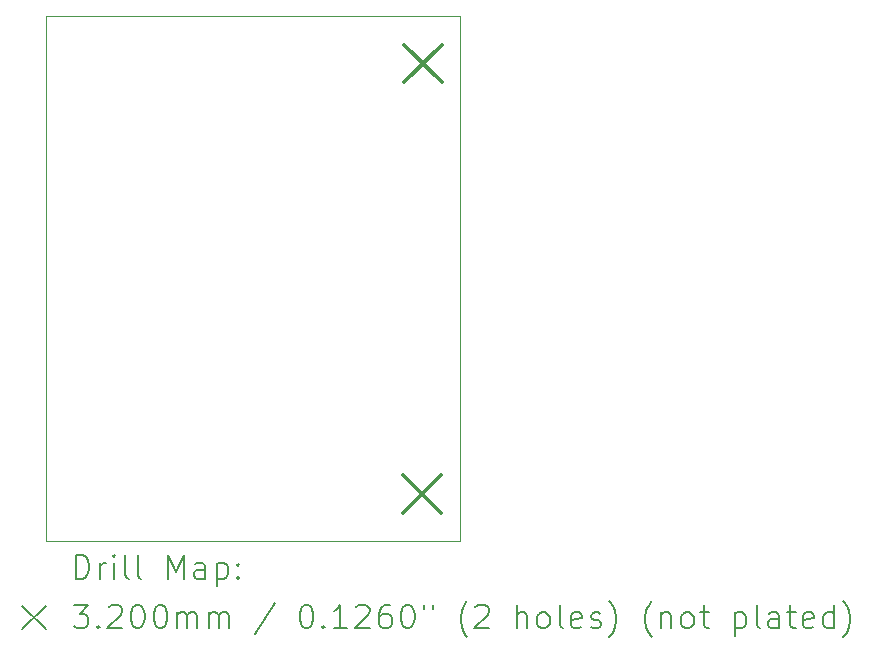
<source format=gbr>
%FSLAX45Y45*%
G04 Gerber Fmt 4.5, Leading zero omitted, Abs format (unit mm)*
G04 Created by KiCad (PCBNEW (6.0.6)) date 2022-08-29 16:01:02*
%MOMM*%
%LPD*%
G01*
G04 APERTURE LIST*
%TA.AperFunction,Profile*%
%ADD10C,0.100000*%
%TD*%
%ADD11C,0.200000*%
%ADD12C,0.320000*%
G04 APERTURE END LIST*
D10*
X7526045Y-1522960D02*
X11026045Y-1522960D01*
X11026045Y-1522960D02*
X11026045Y-5972960D01*
X11026045Y-5972960D02*
X7526045Y-5972960D01*
X7526045Y-5972960D02*
X7526045Y-1522960D01*
D11*
D12*
X10548640Y-5410220D02*
X10868640Y-5730220D01*
X10868640Y-5410220D02*
X10548640Y-5730220D01*
X10553720Y-1767860D02*
X10873720Y-2087860D01*
X10873720Y-1767860D02*
X10553720Y-2087860D01*
D11*
X7778664Y-6288436D02*
X7778664Y-6088436D01*
X7826283Y-6088436D01*
X7854854Y-6097960D01*
X7873902Y-6117008D01*
X7883426Y-6136055D01*
X7892950Y-6174150D01*
X7892950Y-6202722D01*
X7883426Y-6240817D01*
X7873902Y-6259865D01*
X7854854Y-6278912D01*
X7826283Y-6288436D01*
X7778664Y-6288436D01*
X7978664Y-6288436D02*
X7978664Y-6155103D01*
X7978664Y-6193198D02*
X7988188Y-6174150D01*
X7997712Y-6164627D01*
X8016759Y-6155103D01*
X8035807Y-6155103D01*
X8102473Y-6288436D02*
X8102473Y-6155103D01*
X8102473Y-6088436D02*
X8092950Y-6097960D01*
X8102473Y-6107484D01*
X8111997Y-6097960D01*
X8102473Y-6088436D01*
X8102473Y-6107484D01*
X8226283Y-6288436D02*
X8207235Y-6278912D01*
X8197712Y-6259865D01*
X8197712Y-6088436D01*
X8331045Y-6288436D02*
X8311997Y-6278912D01*
X8302473Y-6259865D01*
X8302473Y-6088436D01*
X8559616Y-6288436D02*
X8559616Y-6088436D01*
X8626283Y-6231293D01*
X8692950Y-6088436D01*
X8692950Y-6288436D01*
X8873902Y-6288436D02*
X8873902Y-6183674D01*
X8864378Y-6164627D01*
X8845331Y-6155103D01*
X8807235Y-6155103D01*
X8788188Y-6164627D01*
X8873902Y-6278912D02*
X8854855Y-6288436D01*
X8807235Y-6288436D01*
X8788188Y-6278912D01*
X8778664Y-6259865D01*
X8778664Y-6240817D01*
X8788188Y-6221769D01*
X8807235Y-6212246D01*
X8854855Y-6212246D01*
X8873902Y-6202722D01*
X8969140Y-6155103D02*
X8969140Y-6355103D01*
X8969140Y-6164627D02*
X8988188Y-6155103D01*
X9026283Y-6155103D01*
X9045331Y-6164627D01*
X9054855Y-6174150D01*
X9064378Y-6193198D01*
X9064378Y-6250341D01*
X9054855Y-6269388D01*
X9045331Y-6278912D01*
X9026283Y-6288436D01*
X8988188Y-6288436D01*
X8969140Y-6278912D01*
X9150093Y-6269388D02*
X9159616Y-6278912D01*
X9150093Y-6288436D01*
X9140569Y-6278912D01*
X9150093Y-6269388D01*
X9150093Y-6288436D01*
X9150093Y-6164627D02*
X9159616Y-6174150D01*
X9150093Y-6183674D01*
X9140569Y-6174150D01*
X9150093Y-6164627D01*
X9150093Y-6183674D01*
X7321045Y-6517960D02*
X7521045Y-6717960D01*
X7521045Y-6517960D02*
X7321045Y-6717960D01*
X7759616Y-6508436D02*
X7883426Y-6508436D01*
X7816759Y-6584627D01*
X7845331Y-6584627D01*
X7864378Y-6594150D01*
X7873902Y-6603674D01*
X7883426Y-6622722D01*
X7883426Y-6670341D01*
X7873902Y-6689388D01*
X7864378Y-6698912D01*
X7845331Y-6708436D01*
X7788188Y-6708436D01*
X7769140Y-6698912D01*
X7759616Y-6689388D01*
X7969140Y-6689388D02*
X7978664Y-6698912D01*
X7969140Y-6708436D01*
X7959616Y-6698912D01*
X7969140Y-6689388D01*
X7969140Y-6708436D01*
X8054854Y-6527484D02*
X8064378Y-6517960D01*
X8083426Y-6508436D01*
X8131045Y-6508436D01*
X8150093Y-6517960D01*
X8159616Y-6527484D01*
X8169140Y-6546531D01*
X8169140Y-6565579D01*
X8159616Y-6594150D01*
X8045331Y-6708436D01*
X8169140Y-6708436D01*
X8292950Y-6508436D02*
X8311997Y-6508436D01*
X8331045Y-6517960D01*
X8340569Y-6527484D01*
X8350093Y-6546531D01*
X8359616Y-6584627D01*
X8359616Y-6632246D01*
X8350093Y-6670341D01*
X8340569Y-6689388D01*
X8331045Y-6698912D01*
X8311997Y-6708436D01*
X8292950Y-6708436D01*
X8273902Y-6698912D01*
X8264378Y-6689388D01*
X8254854Y-6670341D01*
X8245331Y-6632246D01*
X8245331Y-6584627D01*
X8254854Y-6546531D01*
X8264378Y-6527484D01*
X8273902Y-6517960D01*
X8292950Y-6508436D01*
X8483426Y-6508436D02*
X8502474Y-6508436D01*
X8521521Y-6517960D01*
X8531045Y-6527484D01*
X8540569Y-6546531D01*
X8550093Y-6584627D01*
X8550093Y-6632246D01*
X8540569Y-6670341D01*
X8531045Y-6689388D01*
X8521521Y-6698912D01*
X8502474Y-6708436D01*
X8483426Y-6708436D01*
X8464378Y-6698912D01*
X8454855Y-6689388D01*
X8445331Y-6670341D01*
X8435807Y-6632246D01*
X8435807Y-6584627D01*
X8445331Y-6546531D01*
X8454855Y-6527484D01*
X8464378Y-6517960D01*
X8483426Y-6508436D01*
X8635807Y-6708436D02*
X8635807Y-6575103D01*
X8635807Y-6594150D02*
X8645331Y-6584627D01*
X8664378Y-6575103D01*
X8692950Y-6575103D01*
X8711997Y-6584627D01*
X8721521Y-6603674D01*
X8721521Y-6708436D01*
X8721521Y-6603674D02*
X8731045Y-6584627D01*
X8750093Y-6575103D01*
X8778664Y-6575103D01*
X8797712Y-6584627D01*
X8807235Y-6603674D01*
X8807235Y-6708436D01*
X8902474Y-6708436D02*
X8902474Y-6575103D01*
X8902474Y-6594150D02*
X8911997Y-6584627D01*
X8931045Y-6575103D01*
X8959616Y-6575103D01*
X8978664Y-6584627D01*
X8988188Y-6603674D01*
X8988188Y-6708436D01*
X8988188Y-6603674D02*
X8997712Y-6584627D01*
X9016759Y-6575103D01*
X9045331Y-6575103D01*
X9064378Y-6584627D01*
X9073902Y-6603674D01*
X9073902Y-6708436D01*
X9464378Y-6498912D02*
X9292950Y-6756055D01*
X9721521Y-6508436D02*
X9740569Y-6508436D01*
X9759616Y-6517960D01*
X9769140Y-6527484D01*
X9778664Y-6546531D01*
X9788188Y-6584627D01*
X9788188Y-6632246D01*
X9778664Y-6670341D01*
X9769140Y-6689388D01*
X9759616Y-6698912D01*
X9740569Y-6708436D01*
X9721521Y-6708436D01*
X9702474Y-6698912D01*
X9692950Y-6689388D01*
X9683426Y-6670341D01*
X9673902Y-6632246D01*
X9673902Y-6584627D01*
X9683426Y-6546531D01*
X9692950Y-6527484D01*
X9702474Y-6517960D01*
X9721521Y-6508436D01*
X9873902Y-6689388D02*
X9883426Y-6698912D01*
X9873902Y-6708436D01*
X9864378Y-6698912D01*
X9873902Y-6689388D01*
X9873902Y-6708436D01*
X10073902Y-6708436D02*
X9959616Y-6708436D01*
X10016759Y-6708436D02*
X10016759Y-6508436D01*
X9997712Y-6537008D01*
X9978664Y-6556055D01*
X9959616Y-6565579D01*
X10150093Y-6527484D02*
X10159616Y-6517960D01*
X10178664Y-6508436D01*
X10226283Y-6508436D01*
X10245331Y-6517960D01*
X10254855Y-6527484D01*
X10264378Y-6546531D01*
X10264378Y-6565579D01*
X10254855Y-6594150D01*
X10140569Y-6708436D01*
X10264378Y-6708436D01*
X10435807Y-6508436D02*
X10397712Y-6508436D01*
X10378664Y-6517960D01*
X10369140Y-6527484D01*
X10350093Y-6556055D01*
X10340569Y-6594150D01*
X10340569Y-6670341D01*
X10350093Y-6689388D01*
X10359616Y-6698912D01*
X10378664Y-6708436D01*
X10416759Y-6708436D01*
X10435807Y-6698912D01*
X10445331Y-6689388D01*
X10454855Y-6670341D01*
X10454855Y-6622722D01*
X10445331Y-6603674D01*
X10435807Y-6594150D01*
X10416759Y-6584627D01*
X10378664Y-6584627D01*
X10359616Y-6594150D01*
X10350093Y-6603674D01*
X10340569Y-6622722D01*
X10578664Y-6508436D02*
X10597712Y-6508436D01*
X10616759Y-6517960D01*
X10626283Y-6527484D01*
X10635807Y-6546531D01*
X10645331Y-6584627D01*
X10645331Y-6632246D01*
X10635807Y-6670341D01*
X10626283Y-6689388D01*
X10616759Y-6698912D01*
X10597712Y-6708436D01*
X10578664Y-6708436D01*
X10559616Y-6698912D01*
X10550093Y-6689388D01*
X10540569Y-6670341D01*
X10531045Y-6632246D01*
X10531045Y-6584627D01*
X10540569Y-6546531D01*
X10550093Y-6527484D01*
X10559616Y-6517960D01*
X10578664Y-6508436D01*
X10721521Y-6508436D02*
X10721521Y-6546531D01*
X10797712Y-6508436D02*
X10797712Y-6546531D01*
X11092950Y-6784627D02*
X11083426Y-6775103D01*
X11064378Y-6746531D01*
X11054855Y-6727484D01*
X11045331Y-6698912D01*
X11035807Y-6651293D01*
X11035807Y-6613198D01*
X11045331Y-6565579D01*
X11054855Y-6537008D01*
X11064378Y-6517960D01*
X11083426Y-6489388D01*
X11092950Y-6479865D01*
X11159616Y-6527484D02*
X11169140Y-6517960D01*
X11188188Y-6508436D01*
X11235807Y-6508436D01*
X11254854Y-6517960D01*
X11264378Y-6527484D01*
X11273902Y-6546531D01*
X11273902Y-6565579D01*
X11264378Y-6594150D01*
X11150093Y-6708436D01*
X11273902Y-6708436D01*
X11511997Y-6708436D02*
X11511997Y-6508436D01*
X11597712Y-6708436D02*
X11597712Y-6603674D01*
X11588188Y-6584627D01*
X11569140Y-6575103D01*
X11540569Y-6575103D01*
X11521521Y-6584627D01*
X11511997Y-6594150D01*
X11721521Y-6708436D02*
X11702473Y-6698912D01*
X11692950Y-6689388D01*
X11683426Y-6670341D01*
X11683426Y-6613198D01*
X11692950Y-6594150D01*
X11702473Y-6584627D01*
X11721521Y-6575103D01*
X11750093Y-6575103D01*
X11769140Y-6584627D01*
X11778664Y-6594150D01*
X11788188Y-6613198D01*
X11788188Y-6670341D01*
X11778664Y-6689388D01*
X11769140Y-6698912D01*
X11750093Y-6708436D01*
X11721521Y-6708436D01*
X11902473Y-6708436D02*
X11883426Y-6698912D01*
X11873902Y-6679865D01*
X11873902Y-6508436D01*
X12054854Y-6698912D02*
X12035807Y-6708436D01*
X11997712Y-6708436D01*
X11978664Y-6698912D01*
X11969140Y-6679865D01*
X11969140Y-6603674D01*
X11978664Y-6584627D01*
X11997712Y-6575103D01*
X12035807Y-6575103D01*
X12054854Y-6584627D01*
X12064378Y-6603674D01*
X12064378Y-6622722D01*
X11969140Y-6641769D01*
X12140569Y-6698912D02*
X12159616Y-6708436D01*
X12197712Y-6708436D01*
X12216759Y-6698912D01*
X12226283Y-6679865D01*
X12226283Y-6670341D01*
X12216759Y-6651293D01*
X12197712Y-6641769D01*
X12169140Y-6641769D01*
X12150093Y-6632246D01*
X12140569Y-6613198D01*
X12140569Y-6603674D01*
X12150093Y-6584627D01*
X12169140Y-6575103D01*
X12197712Y-6575103D01*
X12216759Y-6584627D01*
X12292950Y-6784627D02*
X12302473Y-6775103D01*
X12321521Y-6746531D01*
X12331045Y-6727484D01*
X12340569Y-6698912D01*
X12350093Y-6651293D01*
X12350093Y-6613198D01*
X12340569Y-6565579D01*
X12331045Y-6537008D01*
X12321521Y-6517960D01*
X12302473Y-6489388D01*
X12292950Y-6479865D01*
X12654854Y-6784627D02*
X12645331Y-6775103D01*
X12626283Y-6746531D01*
X12616759Y-6727484D01*
X12607235Y-6698912D01*
X12597712Y-6651293D01*
X12597712Y-6613198D01*
X12607235Y-6565579D01*
X12616759Y-6537008D01*
X12626283Y-6517960D01*
X12645331Y-6489388D01*
X12654854Y-6479865D01*
X12731045Y-6575103D02*
X12731045Y-6708436D01*
X12731045Y-6594150D02*
X12740569Y-6584627D01*
X12759616Y-6575103D01*
X12788188Y-6575103D01*
X12807235Y-6584627D01*
X12816759Y-6603674D01*
X12816759Y-6708436D01*
X12940569Y-6708436D02*
X12921521Y-6698912D01*
X12911997Y-6689388D01*
X12902473Y-6670341D01*
X12902473Y-6613198D01*
X12911997Y-6594150D01*
X12921521Y-6584627D01*
X12940569Y-6575103D01*
X12969140Y-6575103D01*
X12988188Y-6584627D01*
X12997712Y-6594150D01*
X13007235Y-6613198D01*
X13007235Y-6670341D01*
X12997712Y-6689388D01*
X12988188Y-6698912D01*
X12969140Y-6708436D01*
X12940569Y-6708436D01*
X13064378Y-6575103D02*
X13140569Y-6575103D01*
X13092950Y-6508436D02*
X13092950Y-6679865D01*
X13102473Y-6698912D01*
X13121521Y-6708436D01*
X13140569Y-6708436D01*
X13359616Y-6575103D02*
X13359616Y-6775103D01*
X13359616Y-6584627D02*
X13378664Y-6575103D01*
X13416759Y-6575103D01*
X13435807Y-6584627D01*
X13445331Y-6594150D01*
X13454854Y-6613198D01*
X13454854Y-6670341D01*
X13445331Y-6689388D01*
X13435807Y-6698912D01*
X13416759Y-6708436D01*
X13378664Y-6708436D01*
X13359616Y-6698912D01*
X13569140Y-6708436D02*
X13550093Y-6698912D01*
X13540569Y-6679865D01*
X13540569Y-6508436D01*
X13731045Y-6708436D02*
X13731045Y-6603674D01*
X13721521Y-6584627D01*
X13702473Y-6575103D01*
X13664378Y-6575103D01*
X13645331Y-6584627D01*
X13731045Y-6698912D02*
X13711997Y-6708436D01*
X13664378Y-6708436D01*
X13645331Y-6698912D01*
X13635807Y-6679865D01*
X13635807Y-6660817D01*
X13645331Y-6641769D01*
X13664378Y-6632246D01*
X13711997Y-6632246D01*
X13731045Y-6622722D01*
X13797712Y-6575103D02*
X13873902Y-6575103D01*
X13826283Y-6508436D02*
X13826283Y-6679865D01*
X13835807Y-6698912D01*
X13854854Y-6708436D01*
X13873902Y-6708436D01*
X14016759Y-6698912D02*
X13997712Y-6708436D01*
X13959616Y-6708436D01*
X13940569Y-6698912D01*
X13931045Y-6679865D01*
X13931045Y-6603674D01*
X13940569Y-6584627D01*
X13959616Y-6575103D01*
X13997712Y-6575103D01*
X14016759Y-6584627D01*
X14026283Y-6603674D01*
X14026283Y-6622722D01*
X13931045Y-6641769D01*
X14197712Y-6708436D02*
X14197712Y-6508436D01*
X14197712Y-6698912D02*
X14178664Y-6708436D01*
X14140569Y-6708436D01*
X14121521Y-6698912D01*
X14111997Y-6689388D01*
X14102473Y-6670341D01*
X14102473Y-6613198D01*
X14111997Y-6594150D01*
X14121521Y-6584627D01*
X14140569Y-6575103D01*
X14178664Y-6575103D01*
X14197712Y-6584627D01*
X14273902Y-6784627D02*
X14283426Y-6775103D01*
X14302473Y-6746531D01*
X14311997Y-6727484D01*
X14321521Y-6698912D01*
X14331045Y-6651293D01*
X14331045Y-6613198D01*
X14321521Y-6565579D01*
X14311997Y-6537008D01*
X14302473Y-6517960D01*
X14283426Y-6489388D01*
X14273902Y-6479865D01*
M02*

</source>
